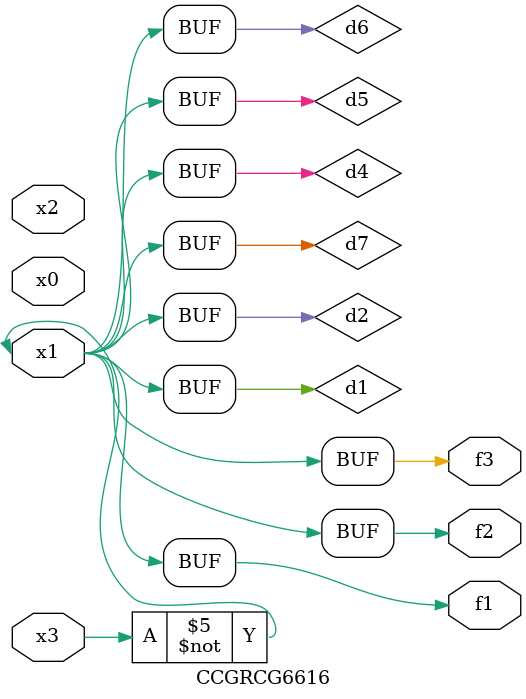
<source format=v>
module CCGRCG6616(
	input x0, x1, x2, x3,
	output f1, f2, f3
);

	wire d1, d2, d3, d4, d5, d6, d7;

	not (d1, x3);
	buf (d2, x1);
	xnor (d3, d1, d2);
	nor (d4, d1);
	buf (d5, d1, d2);
	buf (d6, d4, d5);
	nand (d7, d4);
	assign f1 = d6;
	assign f2 = d7;
	assign f3 = d6;
endmodule

</source>
